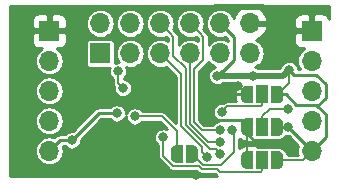
<source format=gbr>
G04 #@! TF.GenerationSoftware,KiCad,Pcbnew,5.0.0*
G04 #@! TF.CreationDate,2018-11-11T13:40:21-05:00*
G04 #@! TF.ProjectId,Pi-I2C-Level-Shifter,50692D4932432D4C6576656C2D536869,rev?*
G04 #@! TF.SameCoordinates,Original*
G04 #@! TF.FileFunction,Copper,L2,Bot,Signal*
G04 #@! TF.FilePolarity,Positive*
%FSLAX46Y46*%
G04 Gerber Fmt 4.6, Leading zero omitted, Abs format (unit mm)*
G04 Created by KiCad (PCBNEW 5.0.0) date Sun Nov 11 13:40:21 2018*
%MOMM*%
%LPD*%
G01*
G04 APERTURE LIST*
G04 #@! TA.AperFunction,SMDPad,CuDef*
%ADD10C,0.500000*%
G04 #@! TD*
G04 #@! TA.AperFunction,Conductor*
%ADD11C,0.100000*%
G04 #@! TD*
G04 #@! TA.AperFunction,SMDPad,CuDef*
%ADD12R,1.000000X1.500000*%
G04 #@! TD*
G04 #@! TA.AperFunction,ComponentPad*
%ADD13R,1.700000X1.700000*%
G04 #@! TD*
G04 #@! TA.AperFunction,ComponentPad*
%ADD14O,1.700000X1.700000*%
G04 #@! TD*
G04 #@! TA.AperFunction,ViaPad*
%ADD15C,0.800000*%
G04 #@! TD*
G04 #@! TA.AperFunction,Conductor*
%ADD16C,0.130000*%
G04 #@! TD*
G04 #@! TA.AperFunction,Conductor*
%ADD17C,0.500000*%
G04 #@! TD*
G04 #@! TA.AperFunction,Conductor*
%ADD18C,0.250000*%
G04 #@! TD*
G04 APERTURE END LIST*
D10*
G04 #@! TO.P,JP1,2*
G04 #@! TO.N,Net-(JP1-Pad2)*
X194975000Y-91694000D03*
D11*
G04 #@! TD*
G04 #@! TO.N,Net-(JP1-Pad2)*
G04 #@! TO.C,JP1*
G36*
X194975000Y-90944602D02*
X194999534Y-90944602D01*
X195048365Y-90949412D01*
X195096490Y-90958984D01*
X195143445Y-90973228D01*
X195188778Y-90992005D01*
X195232051Y-91015136D01*
X195272850Y-91042396D01*
X195310779Y-91073524D01*
X195345476Y-91108221D01*
X195376604Y-91146150D01*
X195403864Y-91186949D01*
X195426995Y-91230222D01*
X195445772Y-91275555D01*
X195460016Y-91322510D01*
X195469588Y-91370635D01*
X195474398Y-91419466D01*
X195474398Y-91444000D01*
X195475000Y-91444000D01*
X195475000Y-91944000D01*
X195474398Y-91944000D01*
X195474398Y-91968534D01*
X195469588Y-92017365D01*
X195460016Y-92065490D01*
X195445772Y-92112445D01*
X195426995Y-92157778D01*
X195403864Y-92201051D01*
X195376604Y-92241850D01*
X195345476Y-92279779D01*
X195310779Y-92314476D01*
X195272850Y-92345604D01*
X195232051Y-92372864D01*
X195188778Y-92395995D01*
X195143445Y-92414772D01*
X195096490Y-92429016D01*
X195048365Y-92438588D01*
X194999534Y-92443398D01*
X194975000Y-92443398D01*
X194975000Y-92444000D01*
X194475000Y-92444000D01*
X194475000Y-90944000D01*
X194975000Y-90944000D01*
X194975000Y-90944602D01*
X194975000Y-90944602D01*
G37*
D10*
G04 #@! TO.P,JP1,1*
G04 #@! TO.N,OE*
X193675000Y-91694000D03*
D11*
G04 #@! TD*
G04 #@! TO.N,OE*
G04 #@! TO.C,JP1*
G36*
X194175000Y-92444000D02*
X193675000Y-92444000D01*
X193675000Y-92443398D01*
X193650466Y-92443398D01*
X193601635Y-92438588D01*
X193553510Y-92429016D01*
X193506555Y-92414772D01*
X193461222Y-92395995D01*
X193417949Y-92372864D01*
X193377150Y-92345604D01*
X193339221Y-92314476D01*
X193304524Y-92279779D01*
X193273396Y-92241850D01*
X193246136Y-92201051D01*
X193223005Y-92157778D01*
X193204228Y-92112445D01*
X193189984Y-92065490D01*
X193180412Y-92017365D01*
X193175602Y-91968534D01*
X193175602Y-91944000D01*
X193175000Y-91944000D01*
X193175000Y-91444000D01*
X193175602Y-91444000D01*
X193175602Y-91419466D01*
X193180412Y-91370635D01*
X193189984Y-91322510D01*
X193204228Y-91275555D01*
X193223005Y-91230222D01*
X193246136Y-91186949D01*
X193273396Y-91146150D01*
X193304524Y-91108221D01*
X193339221Y-91073524D01*
X193377150Y-91042396D01*
X193417949Y-91015136D01*
X193461222Y-90992005D01*
X193506555Y-90973228D01*
X193553510Y-90958984D01*
X193601635Y-90949412D01*
X193650466Y-90944602D01*
X193675000Y-90944602D01*
X193675000Y-90944000D01*
X194175000Y-90944000D01*
X194175000Y-92444000D01*
X194175000Y-92444000D01*
G37*
D10*
G04 #@! TO.P,JP4,1*
G04 #@! TO.N,Earth*
X199614000Y-86661729D03*
D11*
G04 #@! TD*
G04 #@! TO.N,Earth*
G04 #@! TO.C,JP4*
G36*
X200164000Y-87411729D02*
X199614000Y-87411729D01*
X199614000Y-87411127D01*
X199589466Y-87411127D01*
X199540635Y-87406317D01*
X199492510Y-87396745D01*
X199445555Y-87382501D01*
X199400222Y-87363724D01*
X199356949Y-87340593D01*
X199316150Y-87313333D01*
X199278221Y-87282205D01*
X199243524Y-87247508D01*
X199212396Y-87209579D01*
X199185136Y-87168780D01*
X199162005Y-87125507D01*
X199143228Y-87080174D01*
X199128984Y-87033219D01*
X199119412Y-86985094D01*
X199114602Y-86936263D01*
X199114602Y-86911729D01*
X199114000Y-86911729D01*
X199114000Y-86411729D01*
X199114602Y-86411729D01*
X199114602Y-86387195D01*
X199119412Y-86338364D01*
X199128984Y-86290239D01*
X199143228Y-86243284D01*
X199162005Y-86197951D01*
X199185136Y-86154678D01*
X199212396Y-86113879D01*
X199243524Y-86075950D01*
X199278221Y-86041253D01*
X199316150Y-86010125D01*
X199356949Y-85982865D01*
X199400222Y-85959734D01*
X199445555Y-85940957D01*
X199492510Y-85926713D01*
X199540635Y-85917141D01*
X199589466Y-85912331D01*
X199614000Y-85912331D01*
X199614000Y-85911729D01*
X200164000Y-85911729D01*
X200164000Y-87411729D01*
X200164000Y-87411729D01*
G37*
D10*
G04 #@! TO.P,JP4,3*
G04 #@! TO.N,Vccb*
X202214000Y-86661729D03*
D11*
G04 #@! TD*
G04 #@! TO.N,Vccb*
G04 #@! TO.C,JP4*
G36*
X202214000Y-85912331D02*
X202238534Y-85912331D01*
X202287365Y-85917141D01*
X202335490Y-85926713D01*
X202382445Y-85940957D01*
X202427778Y-85959734D01*
X202471051Y-85982865D01*
X202511850Y-86010125D01*
X202549779Y-86041253D01*
X202584476Y-86075950D01*
X202615604Y-86113879D01*
X202642864Y-86154678D01*
X202665995Y-86197951D01*
X202684772Y-86243284D01*
X202699016Y-86290239D01*
X202708588Y-86338364D01*
X202713398Y-86387195D01*
X202713398Y-86411729D01*
X202714000Y-86411729D01*
X202714000Y-86911729D01*
X202713398Y-86911729D01*
X202713398Y-86936263D01*
X202708588Y-86985094D01*
X202699016Y-87033219D01*
X202684772Y-87080174D01*
X202665995Y-87125507D01*
X202642864Y-87168780D01*
X202615604Y-87209579D01*
X202584476Y-87247508D01*
X202549779Y-87282205D01*
X202511850Y-87313333D01*
X202471051Y-87340593D01*
X202427778Y-87363724D01*
X202382445Y-87382501D01*
X202335490Y-87396745D01*
X202287365Y-87406317D01*
X202238534Y-87411127D01*
X202214000Y-87411127D01*
X202214000Y-87411729D01*
X201664000Y-87411729D01*
X201664000Y-85911729D01*
X202214000Y-85911729D01*
X202214000Y-85912331D01*
X202214000Y-85912331D01*
G37*
D12*
G04 #@! TO.P,JP4,2*
G04 #@! TO.N,A0*
X200914000Y-86661729D03*
G04 #@! TD*
G04 #@! TO.P,JP3,2*
G04 #@! TO.N,A1*
X200914000Y-89408000D03*
D10*
G04 #@! TO.P,JP3,3*
G04 #@! TO.N,Vccb*
X202214000Y-89408000D03*
D11*
G04 #@! TD*
G04 #@! TO.N,Vccb*
G04 #@! TO.C,JP3*
G36*
X202214000Y-88658602D02*
X202238534Y-88658602D01*
X202287365Y-88663412D01*
X202335490Y-88672984D01*
X202382445Y-88687228D01*
X202427778Y-88706005D01*
X202471051Y-88729136D01*
X202511850Y-88756396D01*
X202549779Y-88787524D01*
X202584476Y-88822221D01*
X202615604Y-88860150D01*
X202642864Y-88900949D01*
X202665995Y-88944222D01*
X202684772Y-88989555D01*
X202699016Y-89036510D01*
X202708588Y-89084635D01*
X202713398Y-89133466D01*
X202713398Y-89158000D01*
X202714000Y-89158000D01*
X202714000Y-89658000D01*
X202713398Y-89658000D01*
X202713398Y-89682534D01*
X202708588Y-89731365D01*
X202699016Y-89779490D01*
X202684772Y-89826445D01*
X202665995Y-89871778D01*
X202642864Y-89915051D01*
X202615604Y-89955850D01*
X202584476Y-89993779D01*
X202549779Y-90028476D01*
X202511850Y-90059604D01*
X202471051Y-90086864D01*
X202427778Y-90109995D01*
X202382445Y-90128772D01*
X202335490Y-90143016D01*
X202287365Y-90152588D01*
X202238534Y-90157398D01*
X202214000Y-90157398D01*
X202214000Y-90158000D01*
X201664000Y-90158000D01*
X201664000Y-88658000D01*
X202214000Y-88658000D01*
X202214000Y-88658602D01*
X202214000Y-88658602D01*
G37*
D10*
G04 #@! TO.P,JP3,1*
G04 #@! TO.N,Earth*
X199614000Y-89408000D03*
D11*
G04 #@! TD*
G04 #@! TO.N,Earth*
G04 #@! TO.C,JP3*
G36*
X200164000Y-90158000D02*
X199614000Y-90158000D01*
X199614000Y-90157398D01*
X199589466Y-90157398D01*
X199540635Y-90152588D01*
X199492510Y-90143016D01*
X199445555Y-90128772D01*
X199400222Y-90109995D01*
X199356949Y-90086864D01*
X199316150Y-90059604D01*
X199278221Y-90028476D01*
X199243524Y-89993779D01*
X199212396Y-89955850D01*
X199185136Y-89915051D01*
X199162005Y-89871778D01*
X199143228Y-89826445D01*
X199128984Y-89779490D01*
X199119412Y-89731365D01*
X199114602Y-89682534D01*
X199114602Y-89658000D01*
X199114000Y-89658000D01*
X199114000Y-89158000D01*
X199114602Y-89158000D01*
X199114602Y-89133466D01*
X199119412Y-89084635D01*
X199128984Y-89036510D01*
X199143228Y-88989555D01*
X199162005Y-88944222D01*
X199185136Y-88900949D01*
X199212396Y-88860150D01*
X199243524Y-88822221D01*
X199278221Y-88787524D01*
X199316150Y-88756396D01*
X199356949Y-88729136D01*
X199400222Y-88706005D01*
X199445555Y-88687228D01*
X199492510Y-88672984D01*
X199540635Y-88663412D01*
X199589466Y-88658602D01*
X199614000Y-88658602D01*
X199614000Y-88658000D01*
X200164000Y-88658000D01*
X200164000Y-90158000D01*
X200164000Y-90158000D01*
G37*
D10*
G04 #@! TO.P,JP2,1*
G04 #@! TO.N,Earth*
X199614000Y-92202000D03*
D11*
G04 #@! TD*
G04 #@! TO.N,Earth*
G04 #@! TO.C,JP2*
G36*
X200164000Y-92952000D02*
X199614000Y-92952000D01*
X199614000Y-92951398D01*
X199589466Y-92951398D01*
X199540635Y-92946588D01*
X199492510Y-92937016D01*
X199445555Y-92922772D01*
X199400222Y-92903995D01*
X199356949Y-92880864D01*
X199316150Y-92853604D01*
X199278221Y-92822476D01*
X199243524Y-92787779D01*
X199212396Y-92749850D01*
X199185136Y-92709051D01*
X199162005Y-92665778D01*
X199143228Y-92620445D01*
X199128984Y-92573490D01*
X199119412Y-92525365D01*
X199114602Y-92476534D01*
X199114602Y-92452000D01*
X199114000Y-92452000D01*
X199114000Y-91952000D01*
X199114602Y-91952000D01*
X199114602Y-91927466D01*
X199119412Y-91878635D01*
X199128984Y-91830510D01*
X199143228Y-91783555D01*
X199162005Y-91738222D01*
X199185136Y-91694949D01*
X199212396Y-91654150D01*
X199243524Y-91616221D01*
X199278221Y-91581524D01*
X199316150Y-91550396D01*
X199356949Y-91523136D01*
X199400222Y-91500005D01*
X199445555Y-91481228D01*
X199492510Y-91466984D01*
X199540635Y-91457412D01*
X199589466Y-91452602D01*
X199614000Y-91452602D01*
X199614000Y-91452000D01*
X200164000Y-91452000D01*
X200164000Y-92952000D01*
X200164000Y-92952000D01*
G37*
D10*
G04 #@! TO.P,JP2,3*
G04 #@! TO.N,Vccb*
X202214000Y-92202000D03*
D11*
G04 #@! TD*
G04 #@! TO.N,Vccb*
G04 #@! TO.C,JP2*
G36*
X202214000Y-91452602D02*
X202238534Y-91452602D01*
X202287365Y-91457412D01*
X202335490Y-91466984D01*
X202382445Y-91481228D01*
X202427778Y-91500005D01*
X202471051Y-91523136D01*
X202511850Y-91550396D01*
X202549779Y-91581524D01*
X202584476Y-91616221D01*
X202615604Y-91654150D01*
X202642864Y-91694949D01*
X202665995Y-91738222D01*
X202684772Y-91783555D01*
X202699016Y-91830510D01*
X202708588Y-91878635D01*
X202713398Y-91927466D01*
X202713398Y-91952000D01*
X202714000Y-91952000D01*
X202714000Y-92452000D01*
X202713398Y-92452000D01*
X202713398Y-92476534D01*
X202708588Y-92525365D01*
X202699016Y-92573490D01*
X202684772Y-92620445D01*
X202665995Y-92665778D01*
X202642864Y-92709051D01*
X202615604Y-92749850D01*
X202584476Y-92787779D01*
X202549779Y-92822476D01*
X202511850Y-92853604D01*
X202471051Y-92880864D01*
X202427778Y-92903995D01*
X202382445Y-92922772D01*
X202335490Y-92937016D01*
X202287365Y-92946588D01*
X202238534Y-92951398D01*
X202214000Y-92951398D01*
X202214000Y-92952000D01*
X201664000Y-92952000D01*
X201664000Y-91452000D01*
X202214000Y-91452000D01*
X202214000Y-91452602D01*
X202214000Y-91452602D01*
G37*
D12*
G04 #@! TO.P,JP2,2*
G04 #@! TO.N,A2*
X200914000Y-92202000D03*
G04 #@! TD*
D13*
G04 #@! TO.P,J2,1*
G04 #@! TO.N,P0*
X187198000Y-83185000D03*
D14*
G04 #@! TO.P,J2,2*
G04 #@! TO.N,P1*
X187198000Y-80645000D03*
G04 #@! TO.P,J2,3*
G04 #@! TO.N,P2*
X189738000Y-83185000D03*
G04 #@! TO.P,J2,4*
G04 #@! TO.N,P3*
X189738000Y-80645000D03*
G04 #@! TO.P,J2,5*
G04 #@! TO.N,P4*
X192278000Y-83185000D03*
G04 #@! TO.P,J2,6*
G04 #@! TO.N,P5*
X192278000Y-80645000D03*
G04 #@! TO.P,J2,7*
G04 #@! TO.N,P6*
X194818000Y-83185000D03*
G04 #@! TO.P,J2,8*
G04 #@! TO.N,P7*
X194818000Y-80645000D03*
G04 #@! TO.P,J2,9*
G04 #@! TO.N,SDAb*
X197358000Y-83185000D03*
G04 #@! TO.P,J2,10*
G04 #@! TO.N,Vccb*
X197358000Y-80645000D03*
G04 #@! TO.P,J2,11*
G04 #@! TO.N,SCLb*
X199898000Y-83185000D03*
G04 #@! TO.P,J2,12*
G04 #@! TO.N,Earth*
X199898000Y-80645000D03*
G04 #@! TD*
D13*
G04 #@! TO.P,J4,1*
G04 #@! TO.N,Earth*
X205105000Y-81280000D03*
D14*
G04 #@! TO.P,J4,2*
G04 #@! TO.N,Net-(J4-Pad2)*
X205105000Y-83820000D03*
G04 #@! TO.P,J4,3*
G04 #@! TO.N,SCLb*
X205105000Y-86360000D03*
G04 #@! TO.P,J4,4*
G04 #@! TO.N,SDAb*
X205105000Y-88900000D03*
G04 #@! TO.P,J4,5*
G04 #@! TO.N,Vccb*
X205105000Y-91440000D03*
G04 #@! TD*
D13*
G04 #@! TO.P,J1,1*
G04 #@! TO.N,Earth*
X182880000Y-81280000D03*
D14*
G04 #@! TO.P,J1,2*
G04 #@! TO.N,OE*
X182880000Y-83820000D03*
G04 #@! TO.P,J1,3*
G04 #@! TO.N,SCLa*
X182880000Y-86360000D03*
G04 #@! TO.P,J1,4*
G04 #@! TO.N,SDAa*
X182880000Y-88900000D03*
G04 #@! TO.P,J1,5*
G04 #@! TO.N,Vcca*
X182880000Y-91440000D03*
G04 #@! TD*
D15*
G04 #@! TO.N,Earth*
X193294000Y-85344000D03*
G04 #@! TO.N,A1*
X203073000Y-87884000D03*
G04 #@! TO.N,Earth*
X198882000Y-85979000D03*
G04 #@! TO.N,Net-(JP1-Pad2)*
X198374000Y-89662000D03*
G04 #@! TO.N,P7*
X197358000Y-89662000D03*
G04 #@! TO.N,P6*
X197358000Y-90678000D03*
G04 #@! TO.N,P4*
X196215000Y-91948000D03*
G04 #@! TO.N,P5*
X197358000Y-91694000D03*
G04 #@! TO.N,Vccb*
X203200000Y-84582000D03*
X200152000Y-85090000D03*
X197104000Y-85090000D03*
G04 #@! TO.N,A0*
X197485000Y-88138000D03*
G04 #@! TO.N,Earth*
X195326000Y-93472000D03*
X184785000Y-86233000D03*
X196215000Y-85598000D03*
X201803000Y-79502000D03*
X196088000Y-79502000D03*
G04 #@! TO.N,OE*
X190119000Y-88519000D03*
X188722000Y-84709000D03*
X189103000Y-86106000D03*
G04 #@! TO.N,Vcca*
X184785000Y-90551000D03*
X188595000Y-88265000D03*
G04 #@! TO.N,Vccb*
X203073000Y-89408000D03*
G04 #@! TO.N,A2*
X192532000Y-90297000D03*
G04 #@! TD*
D16*
G04 #@! TO.N,Net-(JP1-Pad2)*
X198501000Y-91535202D02*
X198501000Y-90227685D01*
X198501000Y-90227685D02*
X198501000Y-89662000D01*
D17*
G04 #@! TO.N,Vccb*
X202692000Y-85090000D02*
X203200000Y-84582000D01*
X200152000Y-85090000D02*
X202692000Y-85090000D01*
D16*
G04 #@! TO.N,P5*
X197358000Y-91694000D02*
X196958001Y-91294001D01*
G04 #@! TO.N,P6*
X194818000Y-88392000D02*
X194818000Y-86106000D01*
X197358000Y-90678000D02*
X196342000Y-90678000D01*
X194818000Y-89154000D02*
X194818000Y-88392000D01*
X196342000Y-90678000D02*
X194818000Y-89154000D01*
X194818000Y-86106000D02*
X194818000Y-83185000D01*
D17*
G04 #@! TO.N,Vccb*
X200152000Y-85090000D02*
X197104000Y-85090000D01*
D16*
X204803271Y-91741729D02*
X205105000Y-91440000D01*
G04 #@! TO.N,Earth*
X199614000Y-92202000D02*
X199614000Y-89408000D01*
X199564729Y-86661729D02*
X198882000Y-85979000D01*
X199614000Y-86661729D02*
X199564729Y-86661729D01*
D18*
X200154008Y-90483010D02*
X202552328Y-90483010D01*
X196919998Y-85979000D02*
X196759999Y-86138999D01*
X198882000Y-85979000D02*
X196919998Y-85979000D01*
X196759999Y-86138999D02*
X196759999Y-88486001D01*
X196759999Y-88486001D02*
X197136999Y-88863001D01*
X199623997Y-89952999D02*
X200154008Y-90483010D01*
X197136999Y-88863001D02*
X199623997Y-88863001D01*
X199623997Y-88863001D02*
X199623997Y-89952999D01*
X199014000Y-86661729D02*
X199614000Y-86661729D01*
X196713044Y-86661729D02*
X199014000Y-86661729D01*
X196215000Y-86163685D02*
X196713044Y-86661729D01*
X196215000Y-85598000D02*
X196215000Y-86163685D01*
D17*
X196653685Y-79502000D02*
X196890675Y-79265010D01*
X196088000Y-79502000D02*
X196653685Y-79502000D01*
X201237315Y-79502000D02*
X201803000Y-79502000D01*
X201000325Y-79265010D02*
X201237315Y-79502000D01*
X196890675Y-79265010D02*
X201000325Y-79265010D01*
D18*
G04 #@! TO.N,Vcca*
X183769000Y-90551000D02*
X182880000Y-91440000D01*
X184785000Y-90551000D02*
X183769000Y-90551000D01*
X187071000Y-88265000D02*
X188595000Y-88265000D01*
X184785000Y-90551000D02*
X187071000Y-88265000D01*
D16*
G04 #@! TO.N,OE*
X188722000Y-85725000D02*
X188976000Y-85979000D01*
X188722000Y-84709000D02*
X188722000Y-85725000D01*
X193675000Y-89789000D02*
X193675000Y-91694000D01*
X190119000Y-88519000D02*
X192405000Y-88519000D01*
X192405000Y-88519000D02*
X193675000Y-89789000D01*
G04 #@! TO.N,Vccb*
X204343000Y-92202000D02*
X205105000Y-91440000D01*
X202214000Y-92202000D02*
X204343000Y-92202000D01*
X203200000Y-85675729D02*
X203200000Y-84582000D01*
D18*
X205105000Y-91440000D02*
X206280001Y-90264999D01*
X206280001Y-90264999D02*
X206280001Y-88335999D01*
X205479003Y-87535001D02*
X203797003Y-87535001D01*
X203797003Y-87535001D02*
X202923731Y-86661729D01*
X203599999Y-84981999D02*
X203200000Y-84582000D01*
X203613001Y-84995001D02*
X203599999Y-84981999D01*
X206280001Y-85795999D02*
X205479003Y-84995001D01*
X206280001Y-86924001D02*
X206280001Y-85795999D01*
X205574002Y-87630000D02*
X206280001Y-86924001D01*
X205479003Y-84995001D02*
X203613001Y-84995001D01*
X206280001Y-88335999D02*
X205574002Y-87630000D01*
X205574002Y-87630000D02*
X205479003Y-87535001D01*
X203073000Y-89408000D02*
X203073000Y-89408000D01*
X202214000Y-89408000D02*
X203073000Y-89408000D01*
X203073000Y-89408000D02*
X205105000Y-91440000D01*
X203073000Y-89408000D02*
X203073000Y-89408000D01*
X198207999Y-81494999D02*
X197358000Y-80645000D01*
X198533001Y-81820001D02*
X198207999Y-81494999D01*
X198533001Y-83749001D02*
X198533001Y-81820001D01*
X197592001Y-84690001D02*
X198533001Y-83749001D01*
X197503999Y-84690001D02*
X197592001Y-84690001D01*
X197104000Y-85090000D02*
X197503999Y-84690001D01*
D16*
X203200000Y-85675729D02*
X202214000Y-86661729D01*
D18*
X202923731Y-86661729D02*
X202214000Y-86661729D01*
D16*
G04 #@! TO.N,Net-(JP1-Pad2)*
X197423201Y-92613001D02*
X198501000Y-91535202D01*
X195894001Y-92613001D02*
X197423201Y-92613001D01*
X194975000Y-91694000D02*
X195894001Y-92613001D01*
G04 #@! TO.N,A0*
X200914000Y-87541729D02*
X200914000Y-86661729D01*
X200778990Y-87676739D02*
X200914000Y-87541729D01*
X197946261Y-87676739D02*
X200778990Y-87676739D01*
X197485000Y-88138000D02*
X197946261Y-87676739D01*
G04 #@! TO.N,A1*
X201558000Y-87884000D02*
X202507315Y-87884000D01*
X202507315Y-87884000D02*
X203073000Y-87884000D01*
X200914000Y-88528000D02*
X201558000Y-87884000D01*
X200914000Y-89408000D02*
X200914000Y-88528000D01*
G04 #@! TO.N,A2*
X195524296Y-92710000D02*
X193362516Y-92710000D01*
X200914000Y-93082000D02*
X200778000Y-93218000D01*
X200914000Y-92202000D02*
X200914000Y-93082000D01*
X197358000Y-93218000D02*
X197104000Y-92964000D01*
X197104000Y-92964000D02*
X195778296Y-92964000D01*
X200778000Y-93218000D02*
X197358000Y-93218000D01*
X195778296Y-92964000D02*
X195524296Y-92710000D01*
X192532000Y-91879484D02*
X192532000Y-90297000D01*
X193362516Y-92710000D02*
X192532000Y-91879484D01*
G04 #@! TO.N,P4*
X195815001Y-91084409D02*
X194056000Y-89325408D01*
X196215000Y-91948000D02*
X195815001Y-91548001D01*
X195815001Y-91548001D02*
X195815001Y-91084409D01*
X194056000Y-84963000D02*
X192278000Y-83185000D01*
X194056000Y-89325408D02*
X194056000Y-84963000D01*
G04 #@! TO.N,P5*
X196491297Y-91294001D02*
X194437000Y-89239704D01*
X196958001Y-91294001D02*
X196491297Y-91294001D01*
X194437000Y-89239704D02*
X194437000Y-84455000D01*
X193127999Y-81494999D02*
X192278000Y-80645000D01*
X193393001Y-83411001D02*
X193393001Y-81760001D01*
X193393001Y-81760001D02*
X193127999Y-81494999D01*
X194437000Y-84455000D02*
X193393001Y-83411001D01*
G04 #@! TO.N,P7*
X195667999Y-81494999D02*
X194818000Y-80645000D01*
X197358000Y-89662000D02*
X195792704Y-89662000D01*
X195148010Y-89017306D02*
X195148010Y-84505192D01*
X195148010Y-84505192D02*
X195933001Y-83720201D01*
X195792704Y-89662000D02*
X195148010Y-89017306D01*
X195933001Y-83720201D02*
X195933001Y-81760001D01*
X195933001Y-81760001D02*
X195667999Y-81494999D01*
G04 #@! TD*
D18*
G04 #@! TO.N,Earth*
G36*
X199768998Y-79326545D02*
X199539475Y-79205990D01*
X199396630Y-79249317D01*
X199133979Y-79373947D01*
X198900689Y-79547423D01*
X198705725Y-79763078D01*
X198556580Y-80012625D01*
X198497003Y-80179796D01*
X198495228Y-80173945D01*
X198381478Y-79961134D01*
X198228397Y-79774603D01*
X198041866Y-79621522D01*
X197829055Y-79507772D01*
X197598142Y-79437725D01*
X197418178Y-79420000D01*
X197297822Y-79420000D01*
X197117858Y-79437725D01*
X196886945Y-79507772D01*
X196674134Y-79621522D01*
X196487603Y-79774603D01*
X196334522Y-79961134D01*
X196220772Y-80173945D01*
X196150725Y-80404858D01*
X196127073Y-80645000D01*
X196150725Y-80885142D01*
X196220772Y-81116055D01*
X196334522Y-81328866D01*
X196487603Y-81515397D01*
X196674134Y-81668478D01*
X196886945Y-81782228D01*
X197117858Y-81852275D01*
X197297822Y-81870000D01*
X197418178Y-81870000D01*
X197598142Y-81852275D01*
X197797649Y-81791755D01*
X197871812Y-81865918D01*
X197871817Y-81865922D01*
X198033002Y-82027107D01*
X198033002Y-82156784D01*
X197829055Y-82047772D01*
X197598142Y-81977725D01*
X197418178Y-81960000D01*
X197297822Y-81960000D01*
X197117858Y-81977725D01*
X196886945Y-82047772D01*
X196674134Y-82161522D01*
X196487603Y-82314603D01*
X196373001Y-82454247D01*
X196373001Y-81781604D01*
X196375129Y-81760000D01*
X196373001Y-81738394D01*
X196366634Y-81673746D01*
X196341474Y-81590806D01*
X196314783Y-81540871D01*
X196300617Y-81514367D01*
X196275542Y-81483814D01*
X196245633Y-81447369D01*
X196228843Y-81433590D01*
X195994409Y-81199156D01*
X195994404Y-81199150D01*
X195939930Y-81144676D01*
X195955228Y-81116055D01*
X196025275Y-80885142D01*
X196048927Y-80645000D01*
X196025275Y-80404858D01*
X195955228Y-80173945D01*
X195841478Y-79961134D01*
X195688397Y-79774603D01*
X195501866Y-79621522D01*
X195289055Y-79507772D01*
X195058142Y-79437725D01*
X194878178Y-79420000D01*
X194757822Y-79420000D01*
X194577858Y-79437725D01*
X194346945Y-79507772D01*
X194134134Y-79621522D01*
X193947603Y-79774603D01*
X193794522Y-79961134D01*
X193680772Y-80173945D01*
X193610725Y-80404858D01*
X193587073Y-80645000D01*
X193610725Y-80885142D01*
X193680772Y-81116055D01*
X193794522Y-81328866D01*
X193947603Y-81515397D01*
X194134134Y-81668478D01*
X194346945Y-81782228D01*
X194577858Y-81852275D01*
X194757822Y-81870000D01*
X194878178Y-81870000D01*
X195058142Y-81852275D01*
X195289055Y-81782228D01*
X195317676Y-81766930D01*
X195372150Y-81821404D01*
X195372156Y-81821409D01*
X195493002Y-81942255D01*
X195493002Y-82156784D01*
X195289055Y-82047772D01*
X195058142Y-81977725D01*
X194878178Y-81960000D01*
X194757822Y-81960000D01*
X194577858Y-81977725D01*
X194346945Y-82047772D01*
X194134134Y-82161522D01*
X193947603Y-82314603D01*
X193833001Y-82454247D01*
X193833001Y-81781604D01*
X193835129Y-81760000D01*
X193833001Y-81738394D01*
X193826634Y-81673746D01*
X193801474Y-81590806D01*
X193774783Y-81540871D01*
X193760617Y-81514367D01*
X193735542Y-81483814D01*
X193705633Y-81447369D01*
X193688843Y-81433590D01*
X193454409Y-81199156D01*
X193454404Y-81199150D01*
X193399930Y-81144676D01*
X193415228Y-81116055D01*
X193485275Y-80885142D01*
X193508927Y-80645000D01*
X193485275Y-80404858D01*
X193415228Y-80173945D01*
X193301478Y-79961134D01*
X193148397Y-79774603D01*
X192961866Y-79621522D01*
X192749055Y-79507772D01*
X192518142Y-79437725D01*
X192338178Y-79420000D01*
X192217822Y-79420000D01*
X192037858Y-79437725D01*
X191806945Y-79507772D01*
X191594134Y-79621522D01*
X191407603Y-79774603D01*
X191254522Y-79961134D01*
X191140772Y-80173945D01*
X191070725Y-80404858D01*
X191047073Y-80645000D01*
X191070725Y-80885142D01*
X191140772Y-81116055D01*
X191254522Y-81328866D01*
X191407603Y-81515397D01*
X191594134Y-81668478D01*
X191806945Y-81782228D01*
X192037858Y-81852275D01*
X192217822Y-81870000D01*
X192338178Y-81870000D01*
X192518142Y-81852275D01*
X192749055Y-81782228D01*
X192777676Y-81766930D01*
X192832150Y-81821404D01*
X192832156Y-81821409D01*
X192953002Y-81942255D01*
X192953002Y-82156784D01*
X192749055Y-82047772D01*
X192518142Y-81977725D01*
X192338178Y-81960000D01*
X192217822Y-81960000D01*
X192037858Y-81977725D01*
X191806945Y-82047772D01*
X191594134Y-82161522D01*
X191407603Y-82314603D01*
X191254522Y-82501134D01*
X191140772Y-82713945D01*
X191070725Y-82944858D01*
X191047073Y-83185000D01*
X191070725Y-83425142D01*
X191140772Y-83656055D01*
X191254522Y-83868866D01*
X191407603Y-84055397D01*
X191594134Y-84208478D01*
X191806945Y-84322228D01*
X192037858Y-84392275D01*
X192217822Y-84410000D01*
X192338178Y-84410000D01*
X192518142Y-84392275D01*
X192749055Y-84322228D01*
X192777676Y-84306930D01*
X193616001Y-85145255D01*
X193616000Y-89107746D01*
X192731411Y-88223158D01*
X192717632Y-88206368D01*
X192650633Y-88151384D01*
X192574195Y-88110527D01*
X192491255Y-88085367D01*
X192426607Y-88079000D01*
X192426604Y-88079000D01*
X192405000Y-88076872D01*
X192383396Y-88079000D01*
X190757086Y-88079000D01*
X190720982Y-88024966D01*
X190613034Y-87917018D01*
X190486100Y-87832204D01*
X190345059Y-87773783D01*
X190195331Y-87744000D01*
X190042669Y-87744000D01*
X189892941Y-87773783D01*
X189751900Y-87832204D01*
X189624966Y-87917018D01*
X189517018Y-88024966D01*
X189432204Y-88151900D01*
X189373783Y-88292941D01*
X189370000Y-88311959D01*
X189370000Y-88188669D01*
X189340217Y-88038941D01*
X189281796Y-87897900D01*
X189196982Y-87770966D01*
X189089034Y-87663018D01*
X188962100Y-87578204D01*
X188821059Y-87519783D01*
X188671331Y-87490000D01*
X188518669Y-87490000D01*
X188368941Y-87519783D01*
X188227900Y-87578204D01*
X188100966Y-87663018D01*
X187998984Y-87765000D01*
X187095557Y-87765000D01*
X187070999Y-87762581D01*
X187046441Y-87765000D01*
X187046440Y-87765000D01*
X186972983Y-87772235D01*
X186878733Y-87800825D01*
X186791871Y-87847254D01*
X186715736Y-87909736D01*
X186700075Y-87928819D01*
X184852895Y-89776000D01*
X184708669Y-89776000D01*
X184558941Y-89805783D01*
X184417900Y-89864204D01*
X184290966Y-89949018D01*
X184188984Y-90051000D01*
X183793560Y-90051000D01*
X183769000Y-90048581D01*
X183744440Y-90051000D01*
X183670983Y-90058235D01*
X183576733Y-90086825D01*
X183489871Y-90133254D01*
X183413736Y-90195736D01*
X183398080Y-90214813D01*
X183319648Y-90293245D01*
X183120142Y-90232725D01*
X182940178Y-90215000D01*
X182819822Y-90215000D01*
X182639858Y-90232725D01*
X182408945Y-90302772D01*
X182196134Y-90416522D01*
X182009603Y-90569603D01*
X181856522Y-90756134D01*
X181742772Y-90968945D01*
X181672725Y-91199858D01*
X181649073Y-91440000D01*
X181672725Y-91680142D01*
X181742772Y-91911055D01*
X181856522Y-92123866D01*
X182009603Y-92310397D01*
X182196134Y-92463478D01*
X182408945Y-92577228D01*
X182639858Y-92647275D01*
X182819822Y-92665000D01*
X182940178Y-92665000D01*
X183120142Y-92647275D01*
X183351055Y-92577228D01*
X183563866Y-92463478D01*
X183750397Y-92310397D01*
X183903478Y-92123866D01*
X184017228Y-91911055D01*
X184087275Y-91680142D01*
X184110927Y-91440000D01*
X184087275Y-91199858D01*
X184042119Y-91051000D01*
X184188984Y-91051000D01*
X184290966Y-91152982D01*
X184417900Y-91237796D01*
X184558941Y-91296217D01*
X184708669Y-91326000D01*
X184861331Y-91326000D01*
X185011059Y-91296217D01*
X185152100Y-91237796D01*
X185279034Y-91152982D01*
X185386982Y-91045034D01*
X185471796Y-90918100D01*
X185530217Y-90777059D01*
X185560000Y-90627331D01*
X185560000Y-90483105D01*
X187278106Y-88765000D01*
X187998984Y-88765000D01*
X188100966Y-88866982D01*
X188227900Y-88951796D01*
X188368941Y-89010217D01*
X188518669Y-89040000D01*
X188671331Y-89040000D01*
X188821059Y-89010217D01*
X188962100Y-88951796D01*
X189089034Y-88866982D01*
X189196982Y-88759034D01*
X189281796Y-88632100D01*
X189340217Y-88491059D01*
X189344000Y-88472041D01*
X189344000Y-88595331D01*
X189373783Y-88745059D01*
X189432204Y-88886100D01*
X189517018Y-89013034D01*
X189624966Y-89120982D01*
X189751900Y-89205796D01*
X189892941Y-89264217D01*
X190042669Y-89294000D01*
X190195331Y-89294000D01*
X190345059Y-89264217D01*
X190486100Y-89205796D01*
X190613034Y-89120982D01*
X190720982Y-89013034D01*
X190757086Y-88959000D01*
X192222747Y-88959000D01*
X192856167Y-89592421D01*
X192758059Y-89551783D01*
X192608331Y-89522000D01*
X192455669Y-89522000D01*
X192305941Y-89551783D01*
X192164900Y-89610204D01*
X192037966Y-89695018D01*
X191930018Y-89802966D01*
X191845204Y-89929900D01*
X191786783Y-90070941D01*
X191757000Y-90220669D01*
X191757000Y-90373331D01*
X191786783Y-90523059D01*
X191845204Y-90664100D01*
X191930018Y-90791034D01*
X192037966Y-90898982D01*
X192092001Y-90935087D01*
X192092000Y-91857879D01*
X192089872Y-91879484D01*
X192092000Y-91901088D01*
X192092000Y-91901090D01*
X192098367Y-91965738D01*
X192123527Y-92048678D01*
X192142546Y-92084260D01*
X192164384Y-92125117D01*
X192173421Y-92136128D01*
X192219368Y-92192116D01*
X192236158Y-92205895D01*
X193036109Y-93005847D01*
X193049884Y-93022632D01*
X193066667Y-93036405D01*
X193116882Y-93077616D01*
X193151651Y-93096200D01*
X193193321Y-93118473D01*
X193276261Y-93143633D01*
X193340909Y-93150000D01*
X193340911Y-93150000D01*
X193362516Y-93152128D01*
X193384120Y-93150000D01*
X195342043Y-93150000D01*
X195451885Y-93259842D01*
X195465664Y-93276632D01*
X195509916Y-93312948D01*
X195532662Y-93331616D01*
X195573519Y-93353454D01*
X195609101Y-93372473D01*
X195692041Y-93397633D01*
X195756689Y-93404000D01*
X195756691Y-93404000D01*
X195778295Y-93406128D01*
X195799899Y-93404000D01*
X196921747Y-93404000D01*
X197031589Y-93513842D01*
X197044849Y-93530000D01*
X179520000Y-93530000D01*
X179520000Y-88900000D01*
X181649073Y-88900000D01*
X181672725Y-89140142D01*
X181742772Y-89371055D01*
X181856522Y-89583866D01*
X182009603Y-89770397D01*
X182196134Y-89923478D01*
X182408945Y-90037228D01*
X182639858Y-90107275D01*
X182819822Y-90125000D01*
X182940178Y-90125000D01*
X183120142Y-90107275D01*
X183351055Y-90037228D01*
X183563866Y-89923478D01*
X183750397Y-89770397D01*
X183903478Y-89583866D01*
X184017228Y-89371055D01*
X184087275Y-89140142D01*
X184110927Y-88900000D01*
X184087275Y-88659858D01*
X184017228Y-88428945D01*
X183903478Y-88216134D01*
X183750397Y-88029603D01*
X183563866Y-87876522D01*
X183351055Y-87762772D01*
X183120142Y-87692725D01*
X182940178Y-87675000D01*
X182819822Y-87675000D01*
X182639858Y-87692725D01*
X182408945Y-87762772D01*
X182196134Y-87876522D01*
X182009603Y-88029603D01*
X181856522Y-88216134D01*
X181742772Y-88428945D01*
X181672725Y-88659858D01*
X181649073Y-88900000D01*
X179520000Y-88900000D01*
X179520000Y-86360000D01*
X181649073Y-86360000D01*
X181672725Y-86600142D01*
X181742772Y-86831055D01*
X181856522Y-87043866D01*
X182009603Y-87230397D01*
X182196134Y-87383478D01*
X182408945Y-87497228D01*
X182639858Y-87567275D01*
X182819822Y-87585000D01*
X182940178Y-87585000D01*
X183120142Y-87567275D01*
X183351055Y-87497228D01*
X183563866Y-87383478D01*
X183750397Y-87230397D01*
X183903478Y-87043866D01*
X184017228Y-86831055D01*
X184087275Y-86600142D01*
X184110927Y-86360000D01*
X184087275Y-86119858D01*
X184017228Y-85888945D01*
X183903478Y-85676134D01*
X183750397Y-85489603D01*
X183563866Y-85336522D01*
X183351055Y-85222772D01*
X183120142Y-85152725D01*
X182940178Y-85135000D01*
X182819822Y-85135000D01*
X182639858Y-85152725D01*
X182408945Y-85222772D01*
X182196134Y-85336522D01*
X182009603Y-85489603D01*
X181856522Y-85676134D01*
X181742772Y-85888945D01*
X181672725Y-86119858D01*
X181649073Y-86360000D01*
X179520000Y-86360000D01*
X179520000Y-81567250D01*
X181397000Y-81567250D01*
X181397000Y-82192345D01*
X181421326Y-82314639D01*
X181469043Y-82429838D01*
X181538317Y-82533514D01*
X181626486Y-82621683D01*
X181730162Y-82690957D01*
X181845361Y-82738674D01*
X181967655Y-82763000D01*
X182258849Y-82763000D01*
X182196134Y-82796522D01*
X182009603Y-82949603D01*
X181856522Y-83136134D01*
X181742772Y-83348945D01*
X181672725Y-83579858D01*
X181649073Y-83820000D01*
X181672725Y-84060142D01*
X181742772Y-84291055D01*
X181856522Y-84503866D01*
X182009603Y-84690397D01*
X182196134Y-84843478D01*
X182408945Y-84957228D01*
X182639858Y-85027275D01*
X182819822Y-85045000D01*
X182940178Y-85045000D01*
X183120142Y-85027275D01*
X183351055Y-84957228D01*
X183563866Y-84843478D01*
X183750397Y-84690397D01*
X183903478Y-84503866D01*
X184017228Y-84291055D01*
X184087275Y-84060142D01*
X184110927Y-83820000D01*
X184087275Y-83579858D01*
X184017228Y-83348945D01*
X183903478Y-83136134D01*
X183750397Y-82949603D01*
X183563866Y-82796522D01*
X183501151Y-82763000D01*
X183792345Y-82763000D01*
X183914639Y-82738674D01*
X184029838Y-82690957D01*
X184133514Y-82621683D01*
X184221683Y-82533514D01*
X184290957Y-82429838D01*
X184330240Y-82335000D01*
X185971186Y-82335000D01*
X185971186Y-84035000D01*
X185978426Y-84108513D01*
X185999869Y-84179200D01*
X186034691Y-84244347D01*
X186081552Y-84301448D01*
X186138653Y-84348309D01*
X186203800Y-84383131D01*
X186274487Y-84404574D01*
X186348000Y-84411814D01*
X188006245Y-84411814D01*
X187976783Y-84482941D01*
X187947000Y-84632669D01*
X187947000Y-84785331D01*
X187976783Y-84935059D01*
X188035204Y-85076100D01*
X188120018Y-85203034D01*
X188227966Y-85310982D01*
X188282001Y-85347087D01*
X188282001Y-85703386D01*
X188279872Y-85725000D01*
X188288368Y-85811255D01*
X188313528Y-85894195D01*
X188343714Y-85950670D01*
X188328000Y-86029669D01*
X188328000Y-86182331D01*
X188357783Y-86332059D01*
X188416204Y-86473100D01*
X188501018Y-86600034D01*
X188608966Y-86707982D01*
X188735900Y-86792796D01*
X188876941Y-86851217D01*
X189026669Y-86881000D01*
X189179331Y-86881000D01*
X189329059Y-86851217D01*
X189470100Y-86792796D01*
X189597034Y-86707982D01*
X189704982Y-86600034D01*
X189789796Y-86473100D01*
X189848217Y-86332059D01*
X189878000Y-86182331D01*
X189878000Y-86029669D01*
X189848217Y-85879941D01*
X189789796Y-85738900D01*
X189704982Y-85611966D01*
X189597034Y-85504018D01*
X189470100Y-85419204D01*
X189329059Y-85360783D01*
X189184528Y-85332034D01*
X189216034Y-85310982D01*
X189323982Y-85203034D01*
X189408796Y-85076100D01*
X189467217Y-84935059D01*
X189497000Y-84785331D01*
X189497000Y-84632669D01*
X189467217Y-84482941D01*
X189419862Y-84368615D01*
X189497858Y-84392275D01*
X189677822Y-84410000D01*
X189798178Y-84410000D01*
X189978142Y-84392275D01*
X190209055Y-84322228D01*
X190421866Y-84208478D01*
X190608397Y-84055397D01*
X190761478Y-83868866D01*
X190875228Y-83656055D01*
X190945275Y-83425142D01*
X190968927Y-83185000D01*
X190945275Y-82944858D01*
X190875228Y-82713945D01*
X190761478Y-82501134D01*
X190608397Y-82314603D01*
X190421866Y-82161522D01*
X190209055Y-82047772D01*
X189978142Y-81977725D01*
X189798178Y-81960000D01*
X189677822Y-81960000D01*
X189497858Y-81977725D01*
X189266945Y-82047772D01*
X189054134Y-82161522D01*
X188867603Y-82314603D01*
X188714522Y-82501134D01*
X188600772Y-82713945D01*
X188530725Y-82944858D01*
X188507073Y-83185000D01*
X188530725Y-83425142D01*
X188600772Y-83656055D01*
X188714522Y-83868866D01*
X188767976Y-83934000D01*
X188645669Y-83934000D01*
X188495941Y-83963783D01*
X188424814Y-83993245D01*
X188424814Y-82335000D01*
X188417574Y-82261487D01*
X188396131Y-82190800D01*
X188361309Y-82125653D01*
X188314448Y-82068552D01*
X188257347Y-82021691D01*
X188192200Y-81986869D01*
X188121513Y-81965426D01*
X188048000Y-81958186D01*
X186348000Y-81958186D01*
X186274487Y-81965426D01*
X186203800Y-81986869D01*
X186138653Y-82021691D01*
X186081552Y-82068552D01*
X186034691Y-82125653D01*
X185999869Y-82190800D01*
X185978426Y-82261487D01*
X185971186Y-82335000D01*
X184330240Y-82335000D01*
X184338674Y-82314639D01*
X184363000Y-82192345D01*
X184363000Y-81567250D01*
X184204750Y-81409000D01*
X183009000Y-81409000D01*
X183009000Y-81429000D01*
X182751000Y-81429000D01*
X182751000Y-81409000D01*
X181555250Y-81409000D01*
X181397000Y-81567250D01*
X179520000Y-81567250D01*
X179520000Y-80367655D01*
X181397000Y-80367655D01*
X181397000Y-80992750D01*
X181555250Y-81151000D01*
X182751000Y-81151000D01*
X182751000Y-79955250D01*
X183009000Y-79955250D01*
X183009000Y-81151000D01*
X184204750Y-81151000D01*
X184363000Y-80992750D01*
X184363000Y-80645000D01*
X185967073Y-80645000D01*
X185990725Y-80885142D01*
X186060772Y-81116055D01*
X186174522Y-81328866D01*
X186327603Y-81515397D01*
X186514134Y-81668478D01*
X186726945Y-81782228D01*
X186957858Y-81852275D01*
X187137822Y-81870000D01*
X187258178Y-81870000D01*
X187438142Y-81852275D01*
X187669055Y-81782228D01*
X187881866Y-81668478D01*
X188068397Y-81515397D01*
X188221478Y-81328866D01*
X188335228Y-81116055D01*
X188405275Y-80885142D01*
X188428927Y-80645000D01*
X188507073Y-80645000D01*
X188530725Y-80885142D01*
X188600772Y-81116055D01*
X188714522Y-81328866D01*
X188867603Y-81515397D01*
X189054134Y-81668478D01*
X189266945Y-81782228D01*
X189497858Y-81852275D01*
X189677822Y-81870000D01*
X189798178Y-81870000D01*
X189978142Y-81852275D01*
X190209055Y-81782228D01*
X190421866Y-81668478D01*
X190608397Y-81515397D01*
X190761478Y-81328866D01*
X190875228Y-81116055D01*
X190945275Y-80885142D01*
X190968927Y-80645000D01*
X190945275Y-80404858D01*
X190875228Y-80173945D01*
X190761478Y-79961134D01*
X190608397Y-79774603D01*
X190421866Y-79621522D01*
X190209055Y-79507772D01*
X189978142Y-79437725D01*
X189798178Y-79420000D01*
X189677822Y-79420000D01*
X189497858Y-79437725D01*
X189266945Y-79507772D01*
X189054134Y-79621522D01*
X188867603Y-79774603D01*
X188714522Y-79961134D01*
X188600772Y-80173945D01*
X188530725Y-80404858D01*
X188507073Y-80645000D01*
X188428927Y-80645000D01*
X188405275Y-80404858D01*
X188335228Y-80173945D01*
X188221478Y-79961134D01*
X188068397Y-79774603D01*
X187881866Y-79621522D01*
X187669055Y-79507772D01*
X187438142Y-79437725D01*
X187258178Y-79420000D01*
X187137822Y-79420000D01*
X186957858Y-79437725D01*
X186726945Y-79507772D01*
X186514134Y-79621522D01*
X186327603Y-79774603D01*
X186174522Y-79961134D01*
X186060772Y-80173945D01*
X185990725Y-80404858D01*
X185967073Y-80645000D01*
X184363000Y-80645000D01*
X184363000Y-80367655D01*
X184338674Y-80245361D01*
X184290957Y-80130162D01*
X184221683Y-80026486D01*
X184133514Y-79938317D01*
X184029838Y-79869043D01*
X183914639Y-79821326D01*
X183792345Y-79797000D01*
X183167250Y-79797000D01*
X183009000Y-79955250D01*
X182751000Y-79955250D01*
X182592750Y-79797000D01*
X181967655Y-79797000D01*
X181845361Y-79821326D01*
X181730162Y-79869043D01*
X181626486Y-79938317D01*
X181538317Y-80026486D01*
X181469043Y-80130162D01*
X181421326Y-80245361D01*
X181397000Y-80367655D01*
X179520000Y-80367655D01*
X179520000Y-79190000D01*
X199768998Y-79190000D01*
X199768998Y-79326545D01*
X199768998Y-79326545D01*
G37*
X199768998Y-79326545D02*
X199539475Y-79205990D01*
X199396630Y-79249317D01*
X199133979Y-79373947D01*
X198900689Y-79547423D01*
X198705725Y-79763078D01*
X198556580Y-80012625D01*
X198497003Y-80179796D01*
X198495228Y-80173945D01*
X198381478Y-79961134D01*
X198228397Y-79774603D01*
X198041866Y-79621522D01*
X197829055Y-79507772D01*
X197598142Y-79437725D01*
X197418178Y-79420000D01*
X197297822Y-79420000D01*
X197117858Y-79437725D01*
X196886945Y-79507772D01*
X196674134Y-79621522D01*
X196487603Y-79774603D01*
X196334522Y-79961134D01*
X196220772Y-80173945D01*
X196150725Y-80404858D01*
X196127073Y-80645000D01*
X196150725Y-80885142D01*
X196220772Y-81116055D01*
X196334522Y-81328866D01*
X196487603Y-81515397D01*
X196674134Y-81668478D01*
X196886945Y-81782228D01*
X197117858Y-81852275D01*
X197297822Y-81870000D01*
X197418178Y-81870000D01*
X197598142Y-81852275D01*
X197797649Y-81791755D01*
X197871812Y-81865918D01*
X197871817Y-81865922D01*
X198033002Y-82027107D01*
X198033002Y-82156784D01*
X197829055Y-82047772D01*
X197598142Y-81977725D01*
X197418178Y-81960000D01*
X197297822Y-81960000D01*
X197117858Y-81977725D01*
X196886945Y-82047772D01*
X196674134Y-82161522D01*
X196487603Y-82314603D01*
X196373001Y-82454247D01*
X196373001Y-81781604D01*
X196375129Y-81760000D01*
X196373001Y-81738394D01*
X196366634Y-81673746D01*
X196341474Y-81590806D01*
X196314783Y-81540871D01*
X196300617Y-81514367D01*
X196275542Y-81483814D01*
X196245633Y-81447369D01*
X196228843Y-81433590D01*
X195994409Y-81199156D01*
X195994404Y-81199150D01*
X195939930Y-81144676D01*
X195955228Y-81116055D01*
X196025275Y-80885142D01*
X196048927Y-80645000D01*
X196025275Y-80404858D01*
X195955228Y-80173945D01*
X195841478Y-79961134D01*
X195688397Y-79774603D01*
X195501866Y-79621522D01*
X195289055Y-79507772D01*
X195058142Y-79437725D01*
X194878178Y-79420000D01*
X194757822Y-79420000D01*
X194577858Y-79437725D01*
X194346945Y-79507772D01*
X194134134Y-79621522D01*
X193947603Y-79774603D01*
X193794522Y-79961134D01*
X193680772Y-80173945D01*
X193610725Y-80404858D01*
X193587073Y-80645000D01*
X193610725Y-80885142D01*
X193680772Y-81116055D01*
X193794522Y-81328866D01*
X193947603Y-81515397D01*
X194134134Y-81668478D01*
X194346945Y-81782228D01*
X194577858Y-81852275D01*
X194757822Y-81870000D01*
X194878178Y-81870000D01*
X195058142Y-81852275D01*
X195289055Y-81782228D01*
X195317676Y-81766930D01*
X195372150Y-81821404D01*
X195372156Y-81821409D01*
X195493002Y-81942255D01*
X195493002Y-82156784D01*
X195289055Y-82047772D01*
X195058142Y-81977725D01*
X194878178Y-81960000D01*
X194757822Y-81960000D01*
X194577858Y-81977725D01*
X194346945Y-82047772D01*
X194134134Y-82161522D01*
X193947603Y-82314603D01*
X193833001Y-82454247D01*
X193833001Y-81781604D01*
X193835129Y-81760000D01*
X193833001Y-81738394D01*
X193826634Y-81673746D01*
X193801474Y-81590806D01*
X193774783Y-81540871D01*
X193760617Y-81514367D01*
X193735542Y-81483814D01*
X193705633Y-81447369D01*
X193688843Y-81433590D01*
X193454409Y-81199156D01*
X193454404Y-81199150D01*
X193399930Y-81144676D01*
X193415228Y-81116055D01*
X193485275Y-80885142D01*
X193508927Y-80645000D01*
X193485275Y-80404858D01*
X193415228Y-80173945D01*
X193301478Y-79961134D01*
X193148397Y-79774603D01*
X192961866Y-79621522D01*
X192749055Y-79507772D01*
X192518142Y-79437725D01*
X192338178Y-79420000D01*
X192217822Y-79420000D01*
X192037858Y-79437725D01*
X191806945Y-79507772D01*
X191594134Y-79621522D01*
X191407603Y-79774603D01*
X191254522Y-79961134D01*
X191140772Y-80173945D01*
X191070725Y-80404858D01*
X191047073Y-80645000D01*
X191070725Y-80885142D01*
X191140772Y-81116055D01*
X191254522Y-81328866D01*
X191407603Y-81515397D01*
X191594134Y-81668478D01*
X191806945Y-81782228D01*
X192037858Y-81852275D01*
X192217822Y-81870000D01*
X192338178Y-81870000D01*
X192518142Y-81852275D01*
X192749055Y-81782228D01*
X192777676Y-81766930D01*
X192832150Y-81821404D01*
X192832156Y-81821409D01*
X192953002Y-81942255D01*
X192953002Y-82156784D01*
X192749055Y-82047772D01*
X192518142Y-81977725D01*
X192338178Y-81960000D01*
X192217822Y-81960000D01*
X192037858Y-81977725D01*
X191806945Y-82047772D01*
X191594134Y-82161522D01*
X191407603Y-82314603D01*
X191254522Y-82501134D01*
X191140772Y-82713945D01*
X191070725Y-82944858D01*
X191047073Y-83185000D01*
X191070725Y-83425142D01*
X191140772Y-83656055D01*
X191254522Y-83868866D01*
X191407603Y-84055397D01*
X191594134Y-84208478D01*
X191806945Y-84322228D01*
X192037858Y-84392275D01*
X192217822Y-84410000D01*
X192338178Y-84410000D01*
X192518142Y-84392275D01*
X192749055Y-84322228D01*
X192777676Y-84306930D01*
X193616001Y-85145255D01*
X193616000Y-89107746D01*
X192731411Y-88223158D01*
X192717632Y-88206368D01*
X192650633Y-88151384D01*
X192574195Y-88110527D01*
X192491255Y-88085367D01*
X192426607Y-88079000D01*
X192426604Y-88079000D01*
X192405000Y-88076872D01*
X192383396Y-88079000D01*
X190757086Y-88079000D01*
X190720982Y-88024966D01*
X190613034Y-87917018D01*
X190486100Y-87832204D01*
X190345059Y-87773783D01*
X190195331Y-87744000D01*
X190042669Y-87744000D01*
X189892941Y-87773783D01*
X189751900Y-87832204D01*
X189624966Y-87917018D01*
X189517018Y-88024966D01*
X189432204Y-88151900D01*
X189373783Y-88292941D01*
X189370000Y-88311959D01*
X189370000Y-88188669D01*
X189340217Y-88038941D01*
X189281796Y-87897900D01*
X189196982Y-87770966D01*
X189089034Y-87663018D01*
X188962100Y-87578204D01*
X188821059Y-87519783D01*
X188671331Y-87490000D01*
X188518669Y-87490000D01*
X188368941Y-87519783D01*
X188227900Y-87578204D01*
X188100966Y-87663018D01*
X187998984Y-87765000D01*
X187095557Y-87765000D01*
X187070999Y-87762581D01*
X187046441Y-87765000D01*
X187046440Y-87765000D01*
X186972983Y-87772235D01*
X186878733Y-87800825D01*
X186791871Y-87847254D01*
X186715736Y-87909736D01*
X186700075Y-87928819D01*
X184852895Y-89776000D01*
X184708669Y-89776000D01*
X184558941Y-89805783D01*
X184417900Y-89864204D01*
X184290966Y-89949018D01*
X184188984Y-90051000D01*
X183793560Y-90051000D01*
X183769000Y-90048581D01*
X183744440Y-90051000D01*
X183670983Y-90058235D01*
X183576733Y-90086825D01*
X183489871Y-90133254D01*
X183413736Y-90195736D01*
X183398080Y-90214813D01*
X183319648Y-90293245D01*
X183120142Y-90232725D01*
X182940178Y-90215000D01*
X182819822Y-90215000D01*
X182639858Y-90232725D01*
X182408945Y-90302772D01*
X182196134Y-90416522D01*
X182009603Y-90569603D01*
X181856522Y-90756134D01*
X181742772Y-90968945D01*
X181672725Y-91199858D01*
X181649073Y-91440000D01*
X181672725Y-91680142D01*
X181742772Y-91911055D01*
X181856522Y-92123866D01*
X182009603Y-92310397D01*
X182196134Y-92463478D01*
X182408945Y-92577228D01*
X182639858Y-92647275D01*
X182819822Y-92665000D01*
X182940178Y-92665000D01*
X183120142Y-92647275D01*
X183351055Y-92577228D01*
X183563866Y-92463478D01*
X183750397Y-92310397D01*
X183903478Y-92123866D01*
X184017228Y-91911055D01*
X184087275Y-91680142D01*
X184110927Y-91440000D01*
X184087275Y-91199858D01*
X184042119Y-91051000D01*
X184188984Y-91051000D01*
X184290966Y-91152982D01*
X184417900Y-91237796D01*
X184558941Y-91296217D01*
X184708669Y-91326000D01*
X184861331Y-91326000D01*
X185011059Y-91296217D01*
X185152100Y-91237796D01*
X185279034Y-91152982D01*
X185386982Y-91045034D01*
X185471796Y-90918100D01*
X185530217Y-90777059D01*
X185560000Y-90627331D01*
X185560000Y-90483105D01*
X187278106Y-88765000D01*
X187998984Y-88765000D01*
X188100966Y-88866982D01*
X188227900Y-88951796D01*
X188368941Y-89010217D01*
X188518669Y-89040000D01*
X188671331Y-89040000D01*
X188821059Y-89010217D01*
X188962100Y-88951796D01*
X189089034Y-88866982D01*
X189196982Y-88759034D01*
X189281796Y-88632100D01*
X189340217Y-88491059D01*
X189344000Y-88472041D01*
X189344000Y-88595331D01*
X189373783Y-88745059D01*
X189432204Y-88886100D01*
X189517018Y-89013034D01*
X189624966Y-89120982D01*
X189751900Y-89205796D01*
X189892941Y-89264217D01*
X190042669Y-89294000D01*
X190195331Y-89294000D01*
X190345059Y-89264217D01*
X190486100Y-89205796D01*
X190613034Y-89120982D01*
X190720982Y-89013034D01*
X190757086Y-88959000D01*
X192222747Y-88959000D01*
X192856167Y-89592421D01*
X192758059Y-89551783D01*
X192608331Y-89522000D01*
X192455669Y-89522000D01*
X192305941Y-89551783D01*
X192164900Y-89610204D01*
X192037966Y-89695018D01*
X191930018Y-89802966D01*
X191845204Y-89929900D01*
X191786783Y-90070941D01*
X191757000Y-90220669D01*
X191757000Y-90373331D01*
X191786783Y-90523059D01*
X191845204Y-90664100D01*
X191930018Y-90791034D01*
X192037966Y-90898982D01*
X192092001Y-90935087D01*
X192092000Y-91857879D01*
X192089872Y-91879484D01*
X192092000Y-91901088D01*
X192092000Y-91901090D01*
X192098367Y-91965738D01*
X192123527Y-92048678D01*
X192142546Y-92084260D01*
X192164384Y-92125117D01*
X192173421Y-92136128D01*
X192219368Y-92192116D01*
X192236158Y-92205895D01*
X193036109Y-93005847D01*
X193049884Y-93022632D01*
X193066667Y-93036405D01*
X193116882Y-93077616D01*
X193151651Y-93096200D01*
X193193321Y-93118473D01*
X193276261Y-93143633D01*
X193340909Y-93150000D01*
X193340911Y-93150000D01*
X193362516Y-93152128D01*
X193384120Y-93150000D01*
X195342043Y-93150000D01*
X195451885Y-93259842D01*
X195465664Y-93276632D01*
X195509916Y-93312948D01*
X195532662Y-93331616D01*
X195573519Y-93353454D01*
X195609101Y-93372473D01*
X195692041Y-93397633D01*
X195756689Y-93404000D01*
X195756691Y-93404000D01*
X195778295Y-93406128D01*
X195799899Y-93404000D01*
X196921747Y-93404000D01*
X197031589Y-93513842D01*
X197044849Y-93530000D01*
X179520000Y-93530000D01*
X179520000Y-88900000D01*
X181649073Y-88900000D01*
X181672725Y-89140142D01*
X181742772Y-89371055D01*
X181856522Y-89583866D01*
X182009603Y-89770397D01*
X182196134Y-89923478D01*
X182408945Y-90037228D01*
X182639858Y-90107275D01*
X182819822Y-90125000D01*
X182940178Y-90125000D01*
X183120142Y-90107275D01*
X183351055Y-90037228D01*
X183563866Y-89923478D01*
X183750397Y-89770397D01*
X183903478Y-89583866D01*
X184017228Y-89371055D01*
X184087275Y-89140142D01*
X184110927Y-88900000D01*
X184087275Y-88659858D01*
X184017228Y-88428945D01*
X183903478Y-88216134D01*
X183750397Y-88029603D01*
X183563866Y-87876522D01*
X183351055Y-87762772D01*
X183120142Y-87692725D01*
X182940178Y-87675000D01*
X182819822Y-87675000D01*
X182639858Y-87692725D01*
X182408945Y-87762772D01*
X182196134Y-87876522D01*
X182009603Y-88029603D01*
X181856522Y-88216134D01*
X181742772Y-88428945D01*
X181672725Y-88659858D01*
X181649073Y-88900000D01*
X179520000Y-88900000D01*
X179520000Y-86360000D01*
X181649073Y-86360000D01*
X181672725Y-86600142D01*
X181742772Y-86831055D01*
X181856522Y-87043866D01*
X182009603Y-87230397D01*
X182196134Y-87383478D01*
X182408945Y-87497228D01*
X182639858Y-87567275D01*
X182819822Y-87585000D01*
X182940178Y-87585000D01*
X183120142Y-87567275D01*
X183351055Y-87497228D01*
X183563866Y-87383478D01*
X183750397Y-87230397D01*
X183903478Y-87043866D01*
X184017228Y-86831055D01*
X184087275Y-86600142D01*
X184110927Y-86360000D01*
X184087275Y-86119858D01*
X184017228Y-85888945D01*
X183903478Y-85676134D01*
X183750397Y-85489603D01*
X183563866Y-85336522D01*
X183351055Y-85222772D01*
X183120142Y-85152725D01*
X182940178Y-85135000D01*
X182819822Y-85135000D01*
X182639858Y-85152725D01*
X182408945Y-85222772D01*
X182196134Y-85336522D01*
X182009603Y-85489603D01*
X181856522Y-85676134D01*
X181742772Y-85888945D01*
X181672725Y-86119858D01*
X181649073Y-86360000D01*
X179520000Y-86360000D01*
X179520000Y-81567250D01*
X181397000Y-81567250D01*
X181397000Y-82192345D01*
X181421326Y-82314639D01*
X181469043Y-82429838D01*
X181538317Y-82533514D01*
X181626486Y-82621683D01*
X181730162Y-82690957D01*
X181845361Y-82738674D01*
X181967655Y-82763000D01*
X182258849Y-82763000D01*
X182196134Y-82796522D01*
X182009603Y-82949603D01*
X181856522Y-83136134D01*
X181742772Y-83348945D01*
X181672725Y-83579858D01*
X181649073Y-83820000D01*
X181672725Y-84060142D01*
X181742772Y-84291055D01*
X181856522Y-84503866D01*
X182009603Y-84690397D01*
X182196134Y-84843478D01*
X182408945Y-84957228D01*
X182639858Y-85027275D01*
X182819822Y-85045000D01*
X182940178Y-85045000D01*
X183120142Y-85027275D01*
X183351055Y-84957228D01*
X183563866Y-84843478D01*
X183750397Y-84690397D01*
X183903478Y-84503866D01*
X184017228Y-84291055D01*
X184087275Y-84060142D01*
X184110927Y-83820000D01*
X184087275Y-83579858D01*
X184017228Y-83348945D01*
X183903478Y-83136134D01*
X183750397Y-82949603D01*
X183563866Y-82796522D01*
X183501151Y-82763000D01*
X183792345Y-82763000D01*
X183914639Y-82738674D01*
X184029838Y-82690957D01*
X184133514Y-82621683D01*
X184221683Y-82533514D01*
X184290957Y-82429838D01*
X184330240Y-82335000D01*
X185971186Y-82335000D01*
X185971186Y-84035000D01*
X185978426Y-84108513D01*
X185999869Y-84179200D01*
X186034691Y-84244347D01*
X186081552Y-84301448D01*
X186138653Y-84348309D01*
X186203800Y-84383131D01*
X186274487Y-84404574D01*
X186348000Y-84411814D01*
X188006245Y-84411814D01*
X187976783Y-84482941D01*
X187947000Y-84632669D01*
X187947000Y-84785331D01*
X187976783Y-84935059D01*
X188035204Y-85076100D01*
X188120018Y-85203034D01*
X188227966Y-85310982D01*
X188282001Y-85347087D01*
X188282001Y-85703386D01*
X188279872Y-85725000D01*
X188288368Y-85811255D01*
X188313528Y-85894195D01*
X188343714Y-85950670D01*
X188328000Y-86029669D01*
X188328000Y-86182331D01*
X188357783Y-86332059D01*
X188416204Y-86473100D01*
X188501018Y-86600034D01*
X188608966Y-86707982D01*
X188735900Y-86792796D01*
X188876941Y-86851217D01*
X189026669Y-86881000D01*
X189179331Y-86881000D01*
X189329059Y-86851217D01*
X189470100Y-86792796D01*
X189597034Y-86707982D01*
X189704982Y-86600034D01*
X189789796Y-86473100D01*
X189848217Y-86332059D01*
X189878000Y-86182331D01*
X189878000Y-86029669D01*
X189848217Y-85879941D01*
X189789796Y-85738900D01*
X189704982Y-85611966D01*
X189597034Y-85504018D01*
X189470100Y-85419204D01*
X189329059Y-85360783D01*
X189184528Y-85332034D01*
X189216034Y-85310982D01*
X189323982Y-85203034D01*
X189408796Y-85076100D01*
X189467217Y-84935059D01*
X189497000Y-84785331D01*
X189497000Y-84632669D01*
X189467217Y-84482941D01*
X189419862Y-84368615D01*
X189497858Y-84392275D01*
X189677822Y-84410000D01*
X189798178Y-84410000D01*
X189978142Y-84392275D01*
X190209055Y-84322228D01*
X190421866Y-84208478D01*
X190608397Y-84055397D01*
X190761478Y-83868866D01*
X190875228Y-83656055D01*
X190945275Y-83425142D01*
X190968927Y-83185000D01*
X190945275Y-82944858D01*
X190875228Y-82713945D01*
X190761478Y-82501134D01*
X190608397Y-82314603D01*
X190421866Y-82161522D01*
X190209055Y-82047772D01*
X189978142Y-81977725D01*
X189798178Y-81960000D01*
X189677822Y-81960000D01*
X189497858Y-81977725D01*
X189266945Y-82047772D01*
X189054134Y-82161522D01*
X188867603Y-82314603D01*
X188714522Y-82501134D01*
X188600772Y-82713945D01*
X188530725Y-82944858D01*
X188507073Y-83185000D01*
X188530725Y-83425142D01*
X188600772Y-83656055D01*
X188714522Y-83868866D01*
X188767976Y-83934000D01*
X188645669Y-83934000D01*
X188495941Y-83963783D01*
X188424814Y-83993245D01*
X188424814Y-82335000D01*
X188417574Y-82261487D01*
X188396131Y-82190800D01*
X188361309Y-82125653D01*
X188314448Y-82068552D01*
X188257347Y-82021691D01*
X188192200Y-81986869D01*
X188121513Y-81965426D01*
X188048000Y-81958186D01*
X186348000Y-81958186D01*
X186274487Y-81965426D01*
X186203800Y-81986869D01*
X186138653Y-82021691D01*
X186081552Y-82068552D01*
X186034691Y-82125653D01*
X185999869Y-82190800D01*
X185978426Y-82261487D01*
X185971186Y-82335000D01*
X184330240Y-82335000D01*
X184338674Y-82314639D01*
X184363000Y-82192345D01*
X184363000Y-81567250D01*
X184204750Y-81409000D01*
X183009000Y-81409000D01*
X183009000Y-81429000D01*
X182751000Y-81429000D01*
X182751000Y-81409000D01*
X181555250Y-81409000D01*
X181397000Y-81567250D01*
X179520000Y-81567250D01*
X179520000Y-80367655D01*
X181397000Y-80367655D01*
X181397000Y-80992750D01*
X181555250Y-81151000D01*
X182751000Y-81151000D01*
X182751000Y-79955250D01*
X183009000Y-79955250D01*
X183009000Y-81151000D01*
X184204750Y-81151000D01*
X184363000Y-80992750D01*
X184363000Y-80645000D01*
X185967073Y-80645000D01*
X185990725Y-80885142D01*
X186060772Y-81116055D01*
X186174522Y-81328866D01*
X186327603Y-81515397D01*
X186514134Y-81668478D01*
X186726945Y-81782228D01*
X186957858Y-81852275D01*
X187137822Y-81870000D01*
X187258178Y-81870000D01*
X187438142Y-81852275D01*
X187669055Y-81782228D01*
X187881866Y-81668478D01*
X188068397Y-81515397D01*
X188221478Y-81328866D01*
X188335228Y-81116055D01*
X188405275Y-80885142D01*
X188428927Y-80645000D01*
X188507073Y-80645000D01*
X188530725Y-80885142D01*
X188600772Y-81116055D01*
X188714522Y-81328866D01*
X188867603Y-81515397D01*
X189054134Y-81668478D01*
X189266945Y-81782228D01*
X189497858Y-81852275D01*
X189677822Y-81870000D01*
X189798178Y-81870000D01*
X189978142Y-81852275D01*
X190209055Y-81782228D01*
X190421866Y-81668478D01*
X190608397Y-81515397D01*
X190761478Y-81328866D01*
X190875228Y-81116055D01*
X190945275Y-80885142D01*
X190968927Y-80645000D01*
X190945275Y-80404858D01*
X190875228Y-80173945D01*
X190761478Y-79961134D01*
X190608397Y-79774603D01*
X190421866Y-79621522D01*
X190209055Y-79507772D01*
X189978142Y-79437725D01*
X189798178Y-79420000D01*
X189677822Y-79420000D01*
X189497858Y-79437725D01*
X189266945Y-79507772D01*
X189054134Y-79621522D01*
X188867603Y-79774603D01*
X188714522Y-79961134D01*
X188600772Y-80173945D01*
X188530725Y-80404858D01*
X188507073Y-80645000D01*
X188428927Y-80645000D01*
X188405275Y-80404858D01*
X188335228Y-80173945D01*
X188221478Y-79961134D01*
X188068397Y-79774603D01*
X187881866Y-79621522D01*
X187669055Y-79507772D01*
X187438142Y-79437725D01*
X187258178Y-79420000D01*
X187137822Y-79420000D01*
X186957858Y-79437725D01*
X186726945Y-79507772D01*
X186514134Y-79621522D01*
X186327603Y-79774603D01*
X186174522Y-79961134D01*
X186060772Y-80173945D01*
X185990725Y-80404858D01*
X185967073Y-80645000D01*
X184363000Y-80645000D01*
X184363000Y-80367655D01*
X184338674Y-80245361D01*
X184290957Y-80130162D01*
X184221683Y-80026486D01*
X184133514Y-79938317D01*
X184029838Y-79869043D01*
X183914639Y-79821326D01*
X183792345Y-79797000D01*
X183167250Y-79797000D01*
X183009000Y-79955250D01*
X182751000Y-79955250D01*
X182592750Y-79797000D01*
X181967655Y-79797000D01*
X181845361Y-79821326D01*
X181730162Y-79869043D01*
X181626486Y-79938317D01*
X181538317Y-80026486D01*
X181469043Y-80130162D01*
X181421326Y-80245361D01*
X181397000Y-80367655D01*
X179520000Y-80367655D01*
X179520000Y-79190000D01*
X199768998Y-79190000D01*
X199768998Y-79326545D01*
G36*
X202996669Y-90183000D02*
X203140895Y-90183000D01*
X203958245Y-91000351D01*
X203897725Y-91199858D01*
X203874073Y-91440000D01*
X203897725Y-91680142D01*
X203922556Y-91762000D01*
X203067744Y-91762000D01*
X203062044Y-91733345D01*
X203040601Y-91662659D01*
X203003092Y-91572103D01*
X202968270Y-91506955D01*
X202913814Y-91425456D01*
X202866953Y-91368355D01*
X202797645Y-91299047D01*
X202740544Y-91252186D01*
X202659045Y-91197730D01*
X202593897Y-91162908D01*
X202503341Y-91125399D01*
X202432655Y-91103956D01*
X202336522Y-91084834D01*
X202263009Y-91077594D01*
X202238450Y-91077594D01*
X202214000Y-91075186D01*
X201664000Y-91075186D01*
X201590487Y-91082426D01*
X201539000Y-91098045D01*
X201487513Y-91082426D01*
X201414000Y-91075186D01*
X200505615Y-91075186D01*
X200447595Y-91027570D01*
X200359344Y-90980398D01*
X200263585Y-90951350D01*
X200164000Y-90941542D01*
X199614000Y-90941542D01*
X199589551Y-90943950D01*
X199564991Y-90943950D01*
X199465406Y-90953758D01*
X199369273Y-90972880D01*
X199273517Y-91001927D01*
X199182961Y-91039436D01*
X199094706Y-91086609D01*
X199013207Y-91141065D01*
X198941000Y-91200325D01*
X198941000Y-90409675D01*
X199013207Y-90468935D01*
X199094706Y-90523391D01*
X199182961Y-90570564D01*
X199273517Y-90608073D01*
X199369273Y-90637120D01*
X199465406Y-90656242D01*
X199564991Y-90666050D01*
X199589551Y-90666050D01*
X199614000Y-90668458D01*
X200164000Y-90668458D01*
X200263585Y-90658650D01*
X200359344Y-90629602D01*
X200447595Y-90582430D01*
X200505615Y-90534814D01*
X201414000Y-90534814D01*
X201487513Y-90527574D01*
X201539000Y-90511955D01*
X201590487Y-90527574D01*
X201664000Y-90534814D01*
X202214000Y-90534814D01*
X202238450Y-90532406D01*
X202263009Y-90532406D01*
X202336522Y-90525166D01*
X202432655Y-90506044D01*
X202503341Y-90484601D01*
X202593897Y-90447092D01*
X202659045Y-90412270D01*
X202740544Y-90357814D01*
X202797645Y-90310953D01*
X202866953Y-90241645D01*
X202913814Y-90184544D01*
X202924445Y-90168634D01*
X202996669Y-90183000D01*
X202996669Y-90183000D01*
G37*
X202996669Y-90183000D02*
X203140895Y-90183000D01*
X203958245Y-91000351D01*
X203897725Y-91199858D01*
X203874073Y-91440000D01*
X203897725Y-91680142D01*
X203922556Y-91762000D01*
X203067744Y-91762000D01*
X203062044Y-91733345D01*
X203040601Y-91662659D01*
X203003092Y-91572103D01*
X202968270Y-91506955D01*
X202913814Y-91425456D01*
X202866953Y-91368355D01*
X202797645Y-91299047D01*
X202740544Y-91252186D01*
X202659045Y-91197730D01*
X202593897Y-91162908D01*
X202503341Y-91125399D01*
X202432655Y-91103956D01*
X202336522Y-91084834D01*
X202263009Y-91077594D01*
X202238450Y-91077594D01*
X202214000Y-91075186D01*
X201664000Y-91075186D01*
X201590487Y-91082426D01*
X201539000Y-91098045D01*
X201487513Y-91082426D01*
X201414000Y-91075186D01*
X200505615Y-91075186D01*
X200447595Y-91027570D01*
X200359344Y-90980398D01*
X200263585Y-90951350D01*
X200164000Y-90941542D01*
X199614000Y-90941542D01*
X199589551Y-90943950D01*
X199564991Y-90943950D01*
X199465406Y-90953758D01*
X199369273Y-90972880D01*
X199273517Y-91001927D01*
X199182961Y-91039436D01*
X199094706Y-91086609D01*
X199013207Y-91141065D01*
X198941000Y-91200325D01*
X198941000Y-90409675D01*
X199013207Y-90468935D01*
X199094706Y-90523391D01*
X199182961Y-90570564D01*
X199273517Y-90608073D01*
X199369273Y-90637120D01*
X199465406Y-90656242D01*
X199564991Y-90666050D01*
X199589551Y-90666050D01*
X199614000Y-90668458D01*
X200164000Y-90668458D01*
X200263585Y-90658650D01*
X200359344Y-90629602D01*
X200447595Y-90582430D01*
X200505615Y-90534814D01*
X201414000Y-90534814D01*
X201487513Y-90527574D01*
X201539000Y-90511955D01*
X201590487Y-90527574D01*
X201664000Y-90534814D01*
X202214000Y-90534814D01*
X202238450Y-90532406D01*
X202263009Y-90532406D01*
X202336522Y-90525166D01*
X202432655Y-90506044D01*
X202503341Y-90484601D01*
X202593897Y-90447092D01*
X202659045Y-90412270D01*
X202740544Y-90357814D01*
X202797645Y-90310953D01*
X202866953Y-90241645D01*
X202913814Y-90184544D01*
X202924445Y-90168634D01*
X202996669Y-90183000D01*
G36*
X196487603Y-84055397D02*
X196674134Y-84208478D01*
X196886945Y-84322228D01*
X196928286Y-84334769D01*
X196877941Y-84344783D01*
X196736900Y-84403204D01*
X196609966Y-84488018D01*
X196502018Y-84595966D01*
X196417204Y-84722900D01*
X196358783Y-84863941D01*
X196329000Y-85013669D01*
X196329000Y-85166331D01*
X196358783Y-85316059D01*
X196417204Y-85457100D01*
X196502018Y-85584034D01*
X196609966Y-85691982D01*
X196736900Y-85776796D01*
X196877941Y-85835217D01*
X197027669Y-85865000D01*
X197180331Y-85865000D01*
X197330059Y-85835217D01*
X197471100Y-85776796D01*
X197563585Y-85715000D01*
X198885131Y-85715000D01*
X198866547Y-85733584D01*
X198803065Y-85810936D01*
X198748609Y-85892435D01*
X198701436Y-85980690D01*
X198663927Y-86071246D01*
X198634880Y-86167002D01*
X198615758Y-86263135D01*
X198605950Y-86362720D01*
X198605950Y-86387280D01*
X198603542Y-86411729D01*
X198603542Y-86911729D01*
X198605950Y-86936178D01*
X198605950Y-86960738D01*
X198615758Y-87060323D01*
X198634880Y-87156456D01*
X198659233Y-87236739D01*
X197967865Y-87236739D01*
X197946261Y-87234611D01*
X197924657Y-87236739D01*
X197924654Y-87236739D01*
X197860006Y-87243106D01*
X197777066Y-87268266D01*
X197700627Y-87309123D01*
X197663431Y-87339649D01*
X197633629Y-87364107D01*
X197624264Y-87375518D01*
X197561331Y-87363000D01*
X197408669Y-87363000D01*
X197258941Y-87392783D01*
X197117900Y-87451204D01*
X196990966Y-87536018D01*
X196883018Y-87643966D01*
X196798204Y-87770900D01*
X196739783Y-87911941D01*
X196710000Y-88061669D01*
X196710000Y-88214331D01*
X196739783Y-88364059D01*
X196798204Y-88505100D01*
X196883018Y-88632034D01*
X196990966Y-88739982D01*
X197117900Y-88824796D01*
X197258941Y-88883217D01*
X197279814Y-88887369D01*
X197131941Y-88916783D01*
X196990900Y-88975204D01*
X196863966Y-89060018D01*
X196756018Y-89167966D01*
X196719914Y-89222000D01*
X195974958Y-89222000D01*
X195588010Y-88835053D01*
X195588010Y-84687445D01*
X196228849Y-84046607D01*
X196245633Y-84032833D01*
X196300445Y-83966044D01*
X196300617Y-83965835D01*
X196341474Y-83889397D01*
X196344145Y-83880592D01*
X196487603Y-84055397D01*
X196487603Y-84055397D01*
G37*
X196487603Y-84055397D02*
X196674134Y-84208478D01*
X196886945Y-84322228D01*
X196928286Y-84334769D01*
X196877941Y-84344783D01*
X196736900Y-84403204D01*
X196609966Y-84488018D01*
X196502018Y-84595966D01*
X196417204Y-84722900D01*
X196358783Y-84863941D01*
X196329000Y-85013669D01*
X196329000Y-85166331D01*
X196358783Y-85316059D01*
X196417204Y-85457100D01*
X196502018Y-85584034D01*
X196609966Y-85691982D01*
X196736900Y-85776796D01*
X196877941Y-85835217D01*
X197027669Y-85865000D01*
X197180331Y-85865000D01*
X197330059Y-85835217D01*
X197471100Y-85776796D01*
X197563585Y-85715000D01*
X198885131Y-85715000D01*
X198866547Y-85733584D01*
X198803065Y-85810936D01*
X198748609Y-85892435D01*
X198701436Y-85980690D01*
X198663927Y-86071246D01*
X198634880Y-86167002D01*
X198615758Y-86263135D01*
X198605950Y-86362720D01*
X198605950Y-86387280D01*
X198603542Y-86411729D01*
X198603542Y-86911729D01*
X198605950Y-86936178D01*
X198605950Y-86960738D01*
X198615758Y-87060323D01*
X198634880Y-87156456D01*
X198659233Y-87236739D01*
X197967865Y-87236739D01*
X197946261Y-87234611D01*
X197924657Y-87236739D01*
X197924654Y-87236739D01*
X197860006Y-87243106D01*
X197777066Y-87268266D01*
X197700627Y-87309123D01*
X197663431Y-87339649D01*
X197633629Y-87364107D01*
X197624264Y-87375518D01*
X197561331Y-87363000D01*
X197408669Y-87363000D01*
X197258941Y-87392783D01*
X197117900Y-87451204D01*
X196990966Y-87536018D01*
X196883018Y-87643966D01*
X196798204Y-87770900D01*
X196739783Y-87911941D01*
X196710000Y-88061669D01*
X196710000Y-88214331D01*
X196739783Y-88364059D01*
X196798204Y-88505100D01*
X196883018Y-88632034D01*
X196990966Y-88739982D01*
X197117900Y-88824796D01*
X197258941Y-88883217D01*
X197279814Y-88887369D01*
X197131941Y-88916783D01*
X196990900Y-88975204D01*
X196863966Y-89060018D01*
X196756018Y-89167966D01*
X196719914Y-89222000D01*
X195974958Y-89222000D01*
X195588010Y-88835053D01*
X195588010Y-84687445D01*
X196228849Y-84046607D01*
X196245633Y-84032833D01*
X196300445Y-83966044D01*
X196300617Y-83965835D01*
X196341474Y-83889397D01*
X196344145Y-83880592D01*
X196487603Y-84055397D01*
G36*
X206560000Y-80236491D02*
X206515957Y-80130162D01*
X206446683Y-80026486D01*
X206358514Y-79938317D01*
X206254838Y-79869043D01*
X206139639Y-79821326D01*
X206017345Y-79797000D01*
X205392250Y-79797000D01*
X205234000Y-79955250D01*
X205234000Y-81151000D01*
X205254000Y-81151000D01*
X205254000Y-81409000D01*
X205234000Y-81409000D01*
X205234000Y-81429000D01*
X204976000Y-81429000D01*
X204976000Y-81409000D01*
X203780250Y-81409000D01*
X203622000Y-81567250D01*
X203622000Y-82192345D01*
X203646326Y-82314639D01*
X203694043Y-82429838D01*
X203763317Y-82533514D01*
X203851486Y-82621683D01*
X203955162Y-82690957D01*
X204070361Y-82738674D01*
X204192655Y-82763000D01*
X204483849Y-82763000D01*
X204421134Y-82796522D01*
X204234603Y-82949603D01*
X204081522Y-83136134D01*
X203967772Y-83348945D01*
X203897725Y-83579858D01*
X203874073Y-83820000D01*
X203897725Y-84060142D01*
X203967772Y-84291055D01*
X204076784Y-84495001D01*
X203972878Y-84495001D01*
X203945217Y-84355941D01*
X203886796Y-84214900D01*
X203801982Y-84087966D01*
X203694034Y-83980018D01*
X203567100Y-83895204D01*
X203426059Y-83836783D01*
X203276331Y-83807000D01*
X203123669Y-83807000D01*
X202973941Y-83836783D01*
X202832900Y-83895204D01*
X202705966Y-83980018D01*
X202598018Y-84087966D01*
X202513204Y-84214900D01*
X202454783Y-84355941D01*
X202433090Y-84465000D01*
X200611585Y-84465000D01*
X200519100Y-84403204D01*
X200378059Y-84344783D01*
X200327714Y-84334769D01*
X200369055Y-84322228D01*
X200581866Y-84208478D01*
X200768397Y-84055397D01*
X200921478Y-83868866D01*
X201035228Y-83656055D01*
X201105275Y-83425142D01*
X201128927Y-83185000D01*
X201105275Y-82944858D01*
X201035228Y-82713945D01*
X200921478Y-82501134D01*
X200768397Y-82314603D01*
X200581866Y-82161522D01*
X200371569Y-82049116D01*
X200399370Y-82040683D01*
X200662021Y-81916053D01*
X200895311Y-81742577D01*
X201090275Y-81526922D01*
X201239420Y-81277375D01*
X201337015Y-81003526D01*
X201217134Y-80774000D01*
X200027000Y-80774000D01*
X200027000Y-80794000D01*
X199769000Y-80794000D01*
X199769000Y-80774000D01*
X199749000Y-80774000D01*
X199749000Y-80516000D01*
X199769000Y-80516000D01*
X199769000Y-80496000D01*
X200027000Y-80496000D01*
X200027000Y-80516000D01*
X201217134Y-80516000D01*
X201294614Y-80367655D01*
X203622000Y-80367655D01*
X203622000Y-80992750D01*
X203780250Y-81151000D01*
X204976000Y-81151000D01*
X204976000Y-79955250D01*
X204817750Y-79797000D01*
X204192655Y-79797000D01*
X204070361Y-79821326D01*
X203955162Y-79869043D01*
X203851486Y-79938317D01*
X203763317Y-80026486D01*
X203694043Y-80130162D01*
X203646326Y-80245361D01*
X203622000Y-80367655D01*
X201294614Y-80367655D01*
X201337015Y-80286474D01*
X201239420Y-80012625D01*
X201090275Y-79763078D01*
X200895311Y-79547423D01*
X200662021Y-79373947D01*
X200399370Y-79249317D01*
X200256525Y-79205990D01*
X200027002Y-79326545D01*
X200027002Y-79190000D01*
X206560000Y-79190000D01*
X206560000Y-80236491D01*
X206560000Y-80236491D01*
G37*
X206560000Y-80236491D02*
X206515957Y-80130162D01*
X206446683Y-80026486D01*
X206358514Y-79938317D01*
X206254838Y-79869043D01*
X206139639Y-79821326D01*
X206017345Y-79797000D01*
X205392250Y-79797000D01*
X205234000Y-79955250D01*
X205234000Y-81151000D01*
X205254000Y-81151000D01*
X205254000Y-81409000D01*
X205234000Y-81409000D01*
X205234000Y-81429000D01*
X204976000Y-81429000D01*
X204976000Y-81409000D01*
X203780250Y-81409000D01*
X203622000Y-81567250D01*
X203622000Y-82192345D01*
X203646326Y-82314639D01*
X203694043Y-82429838D01*
X203763317Y-82533514D01*
X203851486Y-82621683D01*
X203955162Y-82690957D01*
X204070361Y-82738674D01*
X204192655Y-82763000D01*
X204483849Y-82763000D01*
X204421134Y-82796522D01*
X204234603Y-82949603D01*
X204081522Y-83136134D01*
X203967772Y-83348945D01*
X203897725Y-83579858D01*
X203874073Y-83820000D01*
X203897725Y-84060142D01*
X203967772Y-84291055D01*
X204076784Y-84495001D01*
X203972878Y-84495001D01*
X203945217Y-84355941D01*
X203886796Y-84214900D01*
X203801982Y-84087966D01*
X203694034Y-83980018D01*
X203567100Y-83895204D01*
X203426059Y-83836783D01*
X203276331Y-83807000D01*
X203123669Y-83807000D01*
X202973941Y-83836783D01*
X202832900Y-83895204D01*
X202705966Y-83980018D01*
X202598018Y-84087966D01*
X202513204Y-84214900D01*
X202454783Y-84355941D01*
X202433090Y-84465000D01*
X200611585Y-84465000D01*
X200519100Y-84403204D01*
X200378059Y-84344783D01*
X200327714Y-84334769D01*
X200369055Y-84322228D01*
X200581866Y-84208478D01*
X200768397Y-84055397D01*
X200921478Y-83868866D01*
X201035228Y-83656055D01*
X201105275Y-83425142D01*
X201128927Y-83185000D01*
X201105275Y-82944858D01*
X201035228Y-82713945D01*
X200921478Y-82501134D01*
X200768397Y-82314603D01*
X200581866Y-82161522D01*
X200371569Y-82049116D01*
X200399370Y-82040683D01*
X200662021Y-81916053D01*
X200895311Y-81742577D01*
X201090275Y-81526922D01*
X201239420Y-81277375D01*
X201337015Y-81003526D01*
X201217134Y-80774000D01*
X200027000Y-80774000D01*
X200027000Y-80794000D01*
X199769000Y-80794000D01*
X199769000Y-80774000D01*
X199749000Y-80774000D01*
X199749000Y-80516000D01*
X199769000Y-80516000D01*
X199769000Y-80496000D01*
X200027000Y-80496000D01*
X200027000Y-80516000D01*
X201217134Y-80516000D01*
X201294614Y-80367655D01*
X203622000Y-80367655D01*
X203622000Y-80992750D01*
X203780250Y-81151000D01*
X204976000Y-81151000D01*
X204976000Y-79955250D01*
X204817750Y-79797000D01*
X204192655Y-79797000D01*
X204070361Y-79821326D01*
X203955162Y-79869043D01*
X203851486Y-79938317D01*
X203763317Y-80026486D01*
X203694043Y-80130162D01*
X203646326Y-80245361D01*
X203622000Y-80367655D01*
X201294614Y-80367655D01*
X201337015Y-80286474D01*
X201239420Y-80012625D01*
X201090275Y-79763078D01*
X200895311Y-79547423D01*
X200662021Y-79373947D01*
X200399370Y-79249317D01*
X200256525Y-79205990D01*
X200027002Y-79326545D01*
X200027002Y-79190000D01*
X206560000Y-79190000D01*
X206560000Y-80236491D01*
G04 #@! TD*
M02*

</source>
